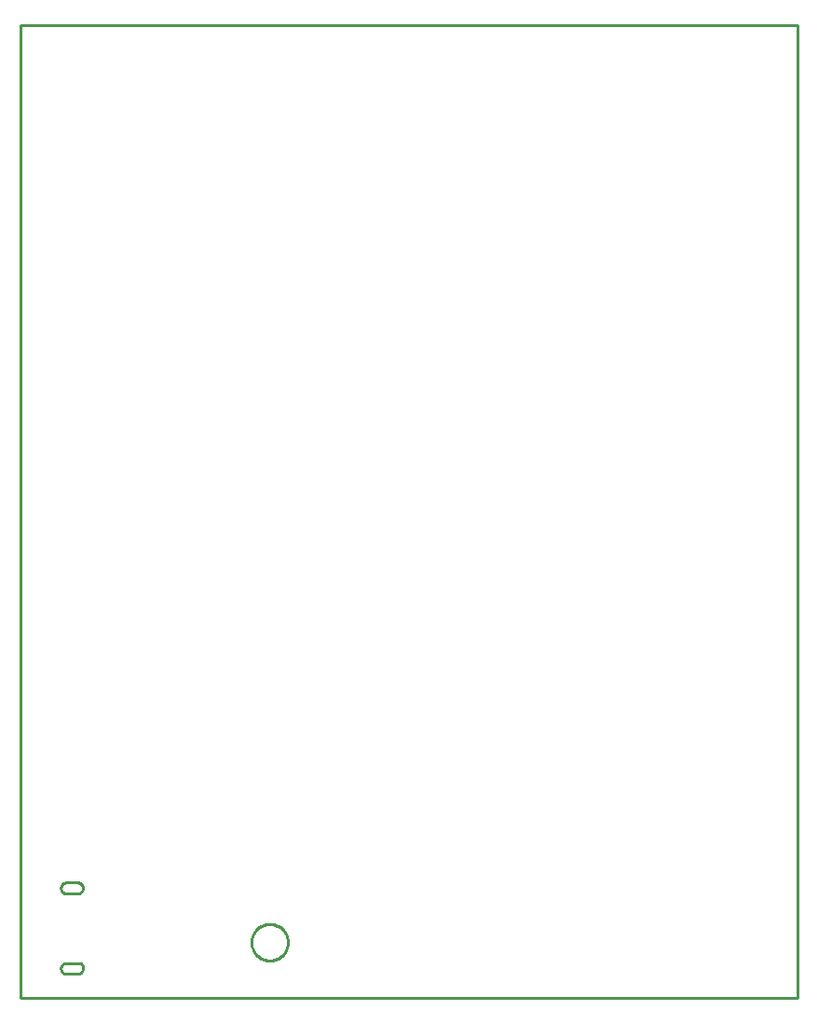
<source format=gbr>
G04 EAGLE Gerber RS-274X export*
G75*
%MOMM*%
%FSLAX34Y34*%
%LPD*%
%IN*%
%IPPOS*%
%AMOC8*
5,1,8,0,0,1.08239X$1,22.5*%
G01*
%ADD10C,0.254000*%


D10*
X-7620Y93980D02*
X698300Y93980D01*
X698300Y977140D01*
X-7620Y977140D01*
X-7620Y93980D01*
X28710Y120980D02*
X28729Y120544D01*
X28786Y120112D01*
X28880Y119686D01*
X29012Y119270D01*
X29178Y118867D01*
X29380Y118480D01*
X29614Y118112D01*
X29880Y117766D01*
X30174Y117444D01*
X30496Y117150D01*
X30842Y116884D01*
X31210Y116650D01*
X31597Y116448D01*
X32000Y116282D01*
X32416Y116150D01*
X32842Y116056D01*
X33274Y115999D01*
X33710Y115980D01*
X43710Y115980D01*
X44146Y115999D01*
X44578Y116056D01*
X45004Y116150D01*
X45420Y116282D01*
X45823Y116448D01*
X46210Y116650D01*
X46578Y116884D01*
X46924Y117150D01*
X47246Y117444D01*
X47540Y117766D01*
X47806Y118112D01*
X48040Y118480D01*
X48242Y118867D01*
X48408Y119270D01*
X48540Y119686D01*
X48634Y120112D01*
X48691Y120544D01*
X48710Y120980D01*
X48782Y121332D01*
X48823Y121690D01*
X48833Y122049D01*
X48811Y122408D01*
X48758Y122764D01*
X48674Y123114D01*
X48560Y123455D01*
X48417Y123785D01*
X48246Y124101D01*
X48047Y124401D01*
X47823Y124683D01*
X47576Y124944D01*
X47307Y125183D01*
X47018Y125397D01*
X46711Y125585D01*
X46389Y125746D01*
X46055Y125878D01*
X45710Y125980D01*
X33710Y125980D01*
X33274Y125961D01*
X32842Y125904D01*
X32416Y125810D01*
X32000Y125678D01*
X31597Y125512D01*
X31210Y125310D01*
X30842Y125076D01*
X30496Y124810D01*
X30174Y124516D01*
X29880Y124194D01*
X29614Y123848D01*
X29380Y123480D01*
X29178Y123093D01*
X29012Y122690D01*
X28880Y122274D01*
X28786Y121848D01*
X28729Y121416D01*
X28710Y120980D01*
X28710Y193980D02*
X28729Y193544D01*
X28786Y193112D01*
X28880Y192686D01*
X29012Y192270D01*
X29178Y191867D01*
X29380Y191480D01*
X29614Y191112D01*
X29880Y190766D01*
X30174Y190444D01*
X30496Y190150D01*
X30842Y189884D01*
X31210Y189650D01*
X31597Y189448D01*
X32000Y189282D01*
X32416Y189150D01*
X32842Y189056D01*
X33274Y188999D01*
X33710Y188980D01*
X43710Y188980D01*
X44146Y188999D01*
X44578Y189056D01*
X45004Y189150D01*
X45420Y189282D01*
X45823Y189448D01*
X46210Y189650D01*
X46578Y189884D01*
X46924Y190150D01*
X47246Y190444D01*
X47540Y190766D01*
X47806Y191112D01*
X48040Y191480D01*
X48242Y191867D01*
X48408Y192270D01*
X48540Y192686D01*
X48634Y193112D01*
X48691Y193544D01*
X48710Y193980D01*
X48691Y194416D01*
X48634Y194848D01*
X48540Y195274D01*
X48408Y195690D01*
X48242Y196093D01*
X48040Y196480D01*
X47806Y196848D01*
X47540Y197194D01*
X47246Y197516D01*
X46924Y197810D01*
X46578Y198076D01*
X46210Y198310D01*
X45823Y198512D01*
X45420Y198678D01*
X45004Y198810D01*
X44578Y198904D01*
X44146Y198961D01*
X43710Y198980D01*
X33710Y198980D01*
X33274Y198961D01*
X32842Y198904D01*
X32416Y198810D01*
X32000Y198678D01*
X31597Y198512D01*
X31210Y198310D01*
X30842Y198076D01*
X30496Y197810D01*
X30174Y197516D01*
X29880Y197194D01*
X29614Y196848D01*
X29380Y196480D01*
X29178Y196093D01*
X29012Y195690D01*
X28880Y195274D01*
X28786Y194848D01*
X28729Y194416D01*
X28710Y193980D01*
X201930Y145320D02*
X202001Y146399D01*
X202142Y147471D01*
X202353Y148531D01*
X202632Y149575D01*
X202980Y150599D01*
X203394Y151597D01*
X203872Y152567D01*
X204412Y153503D01*
X205013Y154402D01*
X205671Y155259D01*
X206384Y156072D01*
X207148Y156837D01*
X207961Y157549D01*
X208818Y158207D01*
X209717Y158808D01*
X210653Y159348D01*
X211623Y159826D01*
X212621Y160240D01*
X213645Y160588D01*
X214689Y160867D01*
X215749Y161078D01*
X216821Y161219D01*
X217900Y161290D01*
X218980Y161290D01*
X220059Y161219D01*
X221131Y161078D01*
X222191Y160867D01*
X223235Y160588D01*
X224259Y160240D01*
X225257Y159826D01*
X226227Y159348D01*
X227163Y158808D01*
X228062Y158207D01*
X228919Y157549D01*
X229732Y156837D01*
X230497Y156072D01*
X231209Y155259D01*
X231867Y154402D01*
X232468Y153503D01*
X233008Y152567D01*
X233486Y151597D01*
X233900Y150599D01*
X234248Y149575D01*
X234527Y148531D01*
X234738Y147471D01*
X234879Y146399D01*
X234950Y145320D01*
X234950Y144240D01*
X234879Y143161D01*
X234738Y142089D01*
X234527Y141029D01*
X234248Y139985D01*
X233900Y138961D01*
X233486Y137963D01*
X233008Y136993D01*
X232468Y136057D01*
X231867Y135158D01*
X231209Y134301D01*
X230497Y133488D01*
X229732Y132724D01*
X228919Y132011D01*
X228062Y131353D01*
X227163Y130752D01*
X226227Y130212D01*
X225257Y129734D01*
X224259Y129320D01*
X223235Y128972D01*
X222191Y128693D01*
X221131Y128482D01*
X220059Y128341D01*
X218980Y128270D01*
X217900Y128270D01*
X216821Y128341D01*
X215749Y128482D01*
X214689Y128693D01*
X213645Y128972D01*
X212621Y129320D01*
X211623Y129734D01*
X210653Y130212D01*
X209717Y130752D01*
X208818Y131353D01*
X207961Y132011D01*
X207148Y132724D01*
X206384Y133488D01*
X205671Y134301D01*
X205013Y135158D01*
X204412Y136057D01*
X203872Y136993D01*
X203394Y137963D01*
X202980Y138961D01*
X202632Y139985D01*
X202353Y141029D01*
X202142Y142089D01*
X202001Y143161D01*
X201930Y144240D01*
X201930Y145320D01*
M02*

</source>
